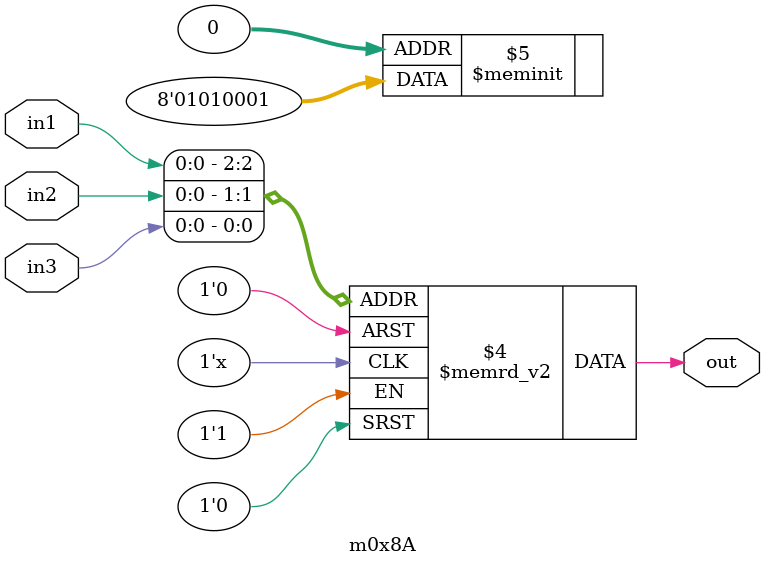
<source format=v>
module m0x8A(output out, input in1, in2, in3);

   always @(in1, in2, in3)
     begin
        case({in1, in2, in3})
          3'b000: {out} = 1'b1;
          3'b001: {out} = 1'b0;
          3'b010: {out} = 1'b0;
          3'b011: {out} = 1'b0;
          3'b100: {out} = 1'b1;
          3'b101: {out} = 1'b0;
          3'b110: {out} = 1'b1;
          3'b111: {out} = 1'b0;
        endcase // case ({in1, in2, in3})
     end // always @ (in1, in2, in3)

endmodule // m0x8A
</source>
